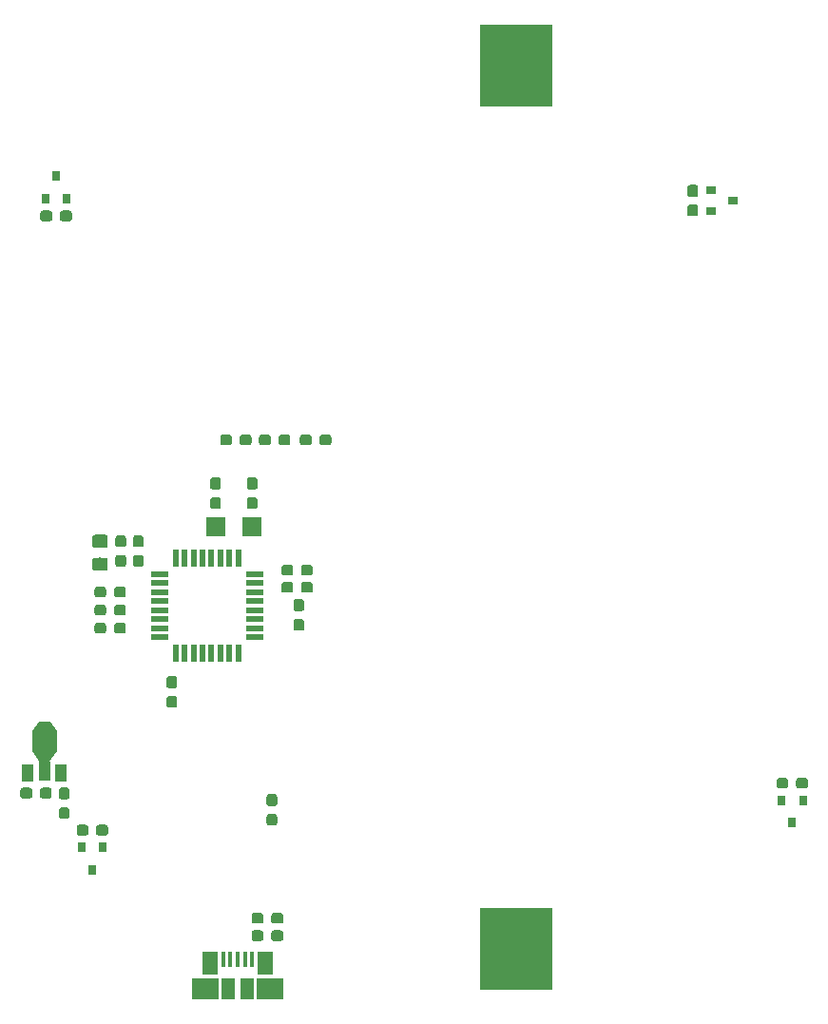
<source format=gtp>
G04 #@! TF.GenerationSoftware,KiCad,Pcbnew,5.99.0-unknown-529461e~86~ubuntu18.04.1*
G04 #@! TF.CreationDate,2019-09-26T16:04:43-03:00*
G04 #@! TF.ProjectId,DPL,44504c2e-6b69-4636-9164-5f7063625858,rev?*
G04 #@! TF.SameCoordinates,Original*
G04 #@! TF.FileFunction,Paste,Top*
G04 #@! TF.FilePolarity,Positive*
%FSLAX46Y46*%
G04 Gerber Fmt 4.6, Leading zero omitted, Abs format (unit mm)*
G04 Created by KiCad (PCBNEW 5.99.0-unknown-529461e~86~ubuntu18.04.1) date 2019-09-26 16:04:43*
%MOMM*%
%LPD*%
G04 APERTURE LIST*
%ADD10R,6.400000X7.340000*%
%ADD11R,1.750000X1.800000*%
%ADD12C,1.000000*%
%ADD13C,0.100000*%
%ADD14R,2.200000X1.840000*%
%ADD15R,1.000000X1.500000*%
%ADD16R,1.000000X1.800000*%
%ADD17C,0.850000*%
%ADD18R,1.600000X0.550000*%
%ADD19R,0.550000X1.600000*%
%ADD20C,0.950000*%
%ADD21R,0.800000X0.900000*%
%ADD22R,0.900000X0.800000*%
%ADD23C,1.150000*%
%ADD24R,1.175000X1.900000*%
%ADD25R,2.375000X1.900000*%
%ADD26R,1.475000X2.100000*%
%ADD27R,0.450000X1.380000*%
G04 APERTURE END LIST*
D10*
X172155000Y-124465000D03*
X172155000Y-45805000D03*
D11*
X145400000Y-86850000D03*
X148650000Y-86850000D03*
D12*
X130150000Y-107376200D03*
D13*
G36*
X131250000Y-106876200D02*
G01*
X130550000Y-107876200D01*
X129750000Y-107876200D01*
X129050000Y-106876200D01*
X131250000Y-106876200D01*
X131250000Y-106876200D01*
G37*
D14*
X130150000Y-105966500D03*
D15*
X131650000Y-108780000D03*
D16*
X130150000Y-108633500D03*
D15*
X128650000Y-108780000D03*
D17*
X130150000Y-104633000D03*
D13*
G36*
X129050000Y-105058000D02*
G01*
X129650000Y-104208000D01*
X130650000Y-104208000D01*
X131250000Y-105058000D01*
X129050000Y-105058000D01*
X129050000Y-105058000D01*
G37*
D18*
X148875000Y-91110000D03*
X148875000Y-91910000D03*
X148875000Y-92710000D03*
X148875000Y-93510000D03*
X148875000Y-94310000D03*
X148875000Y-95110000D03*
X148875000Y-95910000D03*
X148875000Y-96710000D03*
D19*
X147425000Y-98160000D03*
X146625000Y-98160000D03*
X145825000Y-98160000D03*
X145025000Y-98160000D03*
X144225000Y-98160000D03*
X143425000Y-98160000D03*
X142625000Y-98160000D03*
X141825000Y-98160000D03*
D18*
X140375000Y-96710000D03*
X140375000Y-95910000D03*
X140375000Y-95110000D03*
X140375000Y-94310000D03*
X140375000Y-93510000D03*
X140375000Y-92710000D03*
X140375000Y-91910000D03*
X140375000Y-91110000D03*
D19*
X141825000Y-89660000D03*
X142625000Y-89660000D03*
X143425000Y-89660000D03*
X144225000Y-89660000D03*
X145025000Y-89660000D03*
X145825000Y-89660000D03*
X146625000Y-89660000D03*
X147425000Y-89660000D03*
D13*
G36*
X141828387Y-101968079D02*
G01*
X141905438Y-102019562D01*
X141956921Y-102096613D01*
X141975000Y-102187500D01*
X141975000Y-102762500D01*
X141956921Y-102853387D01*
X141905438Y-102930438D01*
X141828387Y-102981921D01*
X141737500Y-103000000D01*
X141262500Y-103000000D01*
X141171613Y-102981921D01*
X141094562Y-102930438D01*
X141043079Y-102853387D01*
X141025000Y-102762500D01*
X141025000Y-102187500D01*
X141043079Y-102096613D01*
X141094562Y-102019562D01*
X141171613Y-101968079D01*
X141262500Y-101950000D01*
X141737500Y-101950000D01*
X141828387Y-101968079D01*
X141828387Y-101968079D01*
G37*
D20*
X141500000Y-102475000D03*
D13*
G36*
X141828387Y-100218079D02*
G01*
X141905438Y-100269562D01*
X141956921Y-100346613D01*
X141975000Y-100437500D01*
X141975000Y-101012500D01*
X141956921Y-101103387D01*
X141905438Y-101180438D01*
X141828387Y-101231921D01*
X141737500Y-101250000D01*
X141262500Y-101250000D01*
X141171613Y-101231921D01*
X141094562Y-101180438D01*
X141043079Y-101103387D01*
X141025000Y-101012500D01*
X141025000Y-100437500D01*
X141043079Y-100346613D01*
X141094562Y-100269562D01*
X141171613Y-100218079D01*
X141262500Y-100200000D01*
X141737500Y-100200000D01*
X141828387Y-100218079D01*
X141828387Y-100218079D01*
G37*
D20*
X141500000Y-100725000D03*
D13*
G36*
X196253387Y-109243079D02*
G01*
X196330438Y-109294562D01*
X196381921Y-109371613D01*
X196400000Y-109462500D01*
X196400000Y-109937500D01*
X196381921Y-110028387D01*
X196330438Y-110105438D01*
X196253387Y-110156921D01*
X196162500Y-110175000D01*
X195587500Y-110175000D01*
X195496613Y-110156921D01*
X195419562Y-110105438D01*
X195368079Y-110028387D01*
X195350000Y-109937500D01*
X195350000Y-109462500D01*
X195368079Y-109371613D01*
X195419562Y-109294562D01*
X195496613Y-109243079D01*
X195587500Y-109225000D01*
X196162500Y-109225000D01*
X196253387Y-109243079D01*
X196253387Y-109243079D01*
G37*
D20*
X195875000Y-109700000D03*
D13*
G36*
X198003387Y-109243079D02*
G01*
X198080438Y-109294562D01*
X198131921Y-109371613D01*
X198150000Y-109462500D01*
X198150000Y-109937500D01*
X198131921Y-110028387D01*
X198080438Y-110105438D01*
X198003387Y-110156921D01*
X197912500Y-110175000D01*
X197337500Y-110175000D01*
X197246613Y-110156921D01*
X197169562Y-110105438D01*
X197118079Y-110028387D01*
X197100000Y-109937500D01*
X197100000Y-109462500D01*
X197118079Y-109371613D01*
X197169562Y-109294562D01*
X197246613Y-109243079D01*
X197337500Y-109225000D01*
X197912500Y-109225000D01*
X198003387Y-109243079D01*
X198003387Y-109243079D01*
G37*
D20*
X197625000Y-109700000D03*
D13*
G36*
X135503387Y-95453079D02*
G01*
X135580438Y-95504562D01*
X135631921Y-95581613D01*
X135650000Y-95672500D01*
X135650000Y-96147500D01*
X135631921Y-96238387D01*
X135580438Y-96315438D01*
X135503387Y-96366921D01*
X135412500Y-96385000D01*
X134837500Y-96385000D01*
X134746613Y-96366921D01*
X134669562Y-96315438D01*
X134618079Y-96238387D01*
X134600000Y-96147500D01*
X134600000Y-95672500D01*
X134618079Y-95581613D01*
X134669562Y-95504562D01*
X134746613Y-95453079D01*
X134837500Y-95435000D01*
X135412500Y-95435000D01*
X135503387Y-95453079D01*
X135503387Y-95453079D01*
G37*
D20*
X135125000Y-95910000D03*
D13*
G36*
X137253387Y-95453079D02*
G01*
X137330438Y-95504562D01*
X137381921Y-95581613D01*
X137400000Y-95672500D01*
X137400000Y-96147500D01*
X137381921Y-96238387D01*
X137330438Y-96315438D01*
X137253387Y-96366921D01*
X137162500Y-96385000D01*
X136587500Y-96385000D01*
X136496613Y-96366921D01*
X136419562Y-96315438D01*
X136368079Y-96238387D01*
X136350000Y-96147500D01*
X136350000Y-95672500D01*
X136368079Y-95581613D01*
X136419562Y-95504562D01*
X136496613Y-95453079D01*
X136587500Y-95435000D01*
X137162500Y-95435000D01*
X137253387Y-95453079D01*
X137253387Y-95453079D01*
G37*
D20*
X136875000Y-95910000D03*
D13*
G36*
X133913387Y-113443079D02*
G01*
X133990438Y-113494562D01*
X134041921Y-113571613D01*
X134060000Y-113662500D01*
X134060000Y-114137500D01*
X134041921Y-114228387D01*
X133990438Y-114305438D01*
X133913387Y-114356921D01*
X133822500Y-114375000D01*
X133247500Y-114375000D01*
X133156613Y-114356921D01*
X133079562Y-114305438D01*
X133028079Y-114228387D01*
X133010000Y-114137500D01*
X133010000Y-113662500D01*
X133028079Y-113571613D01*
X133079562Y-113494562D01*
X133156613Y-113443079D01*
X133247500Y-113425000D01*
X133822500Y-113425000D01*
X133913387Y-113443079D01*
X133913387Y-113443079D01*
G37*
D20*
X133535000Y-113900000D03*
D13*
G36*
X135663387Y-113443079D02*
G01*
X135740438Y-113494562D01*
X135791921Y-113571613D01*
X135810000Y-113662500D01*
X135810000Y-114137500D01*
X135791921Y-114228387D01*
X135740438Y-114305438D01*
X135663387Y-114356921D01*
X135572500Y-114375000D01*
X134997500Y-114375000D01*
X134906613Y-114356921D01*
X134829562Y-114305438D01*
X134778079Y-114228387D01*
X134760000Y-114137500D01*
X134760000Y-113662500D01*
X134778079Y-113571613D01*
X134829562Y-113494562D01*
X134906613Y-113443079D01*
X134997500Y-113425000D01*
X135572500Y-113425000D01*
X135663387Y-113443079D01*
X135663387Y-113443079D01*
G37*
D20*
X135285000Y-113900000D03*
D13*
G36*
X135503387Y-93853079D02*
G01*
X135580438Y-93904562D01*
X135631921Y-93981613D01*
X135650000Y-94072500D01*
X135650000Y-94547500D01*
X135631921Y-94638387D01*
X135580438Y-94715438D01*
X135503387Y-94766921D01*
X135412500Y-94785000D01*
X134837500Y-94785000D01*
X134746613Y-94766921D01*
X134669562Y-94715438D01*
X134618079Y-94638387D01*
X134600000Y-94547500D01*
X134600000Y-94072500D01*
X134618079Y-93981613D01*
X134669562Y-93904562D01*
X134746613Y-93853079D01*
X134837500Y-93835000D01*
X135412500Y-93835000D01*
X135503387Y-93853079D01*
X135503387Y-93853079D01*
G37*
D20*
X135125000Y-94310000D03*
D13*
G36*
X137253387Y-93853079D02*
G01*
X137330438Y-93904562D01*
X137381921Y-93981613D01*
X137400000Y-94072500D01*
X137400000Y-94547500D01*
X137381921Y-94638387D01*
X137330438Y-94715438D01*
X137253387Y-94766921D01*
X137162500Y-94785000D01*
X136587500Y-94785000D01*
X136496613Y-94766921D01*
X136419562Y-94715438D01*
X136368079Y-94638387D01*
X136350000Y-94547500D01*
X136350000Y-94072500D01*
X136368079Y-93981613D01*
X136419562Y-93904562D01*
X136496613Y-93853079D01*
X136587500Y-93835000D01*
X137162500Y-93835000D01*
X137253387Y-93853079D01*
X137253387Y-93853079D01*
G37*
D20*
X136875000Y-94310000D03*
D13*
G36*
X132443387Y-58743079D02*
G01*
X132520438Y-58794562D01*
X132571921Y-58871613D01*
X132590000Y-58962500D01*
X132590000Y-59437500D01*
X132571921Y-59528387D01*
X132520438Y-59605438D01*
X132443387Y-59656921D01*
X132352500Y-59675000D01*
X131777500Y-59675000D01*
X131686613Y-59656921D01*
X131609562Y-59605438D01*
X131558079Y-59528387D01*
X131540000Y-59437500D01*
X131540000Y-58962500D01*
X131558079Y-58871613D01*
X131609562Y-58794562D01*
X131686613Y-58743079D01*
X131777500Y-58725000D01*
X132352500Y-58725000D01*
X132443387Y-58743079D01*
X132443387Y-58743079D01*
G37*
D20*
X132065000Y-59200000D03*
D13*
G36*
X130693387Y-58743079D02*
G01*
X130770438Y-58794562D01*
X130821921Y-58871613D01*
X130840000Y-58962500D01*
X130840000Y-59437500D01*
X130821921Y-59528387D01*
X130770438Y-59605438D01*
X130693387Y-59656921D01*
X130602500Y-59675000D01*
X130027500Y-59675000D01*
X129936613Y-59656921D01*
X129859562Y-59605438D01*
X129808079Y-59528387D01*
X129790000Y-59437500D01*
X129790000Y-58962500D01*
X129808079Y-58871613D01*
X129859562Y-58794562D01*
X129936613Y-58743079D01*
X130027500Y-58725000D01*
X130602500Y-58725000D01*
X130693387Y-58743079D01*
X130693387Y-58743079D01*
G37*
D20*
X130315000Y-59200000D03*
D13*
G36*
X135503387Y-92243079D02*
G01*
X135580438Y-92294562D01*
X135631921Y-92371613D01*
X135650000Y-92462500D01*
X135650000Y-92937500D01*
X135631921Y-93028387D01*
X135580438Y-93105438D01*
X135503387Y-93156921D01*
X135412500Y-93175000D01*
X134837500Y-93175000D01*
X134746613Y-93156921D01*
X134669562Y-93105438D01*
X134618079Y-93028387D01*
X134600000Y-92937500D01*
X134600000Y-92462500D01*
X134618079Y-92371613D01*
X134669562Y-92294562D01*
X134746613Y-92243079D01*
X134837500Y-92225000D01*
X135412500Y-92225000D01*
X135503387Y-92243079D01*
X135503387Y-92243079D01*
G37*
D20*
X135125000Y-92700000D03*
D13*
G36*
X137253387Y-92243079D02*
G01*
X137330438Y-92294562D01*
X137381921Y-92371613D01*
X137400000Y-92462500D01*
X137400000Y-92937500D01*
X137381921Y-93028387D01*
X137330438Y-93105438D01*
X137253387Y-93156921D01*
X137162500Y-93175000D01*
X136587500Y-93175000D01*
X136496613Y-93156921D01*
X136419562Y-93105438D01*
X136368079Y-93028387D01*
X136350000Y-92937500D01*
X136350000Y-92462500D01*
X136368079Y-92371613D01*
X136419562Y-92294562D01*
X136496613Y-92243079D01*
X136587500Y-92225000D01*
X137162500Y-92225000D01*
X137253387Y-92243079D01*
X137253387Y-92243079D01*
G37*
D20*
X136875000Y-92700000D03*
D13*
G36*
X188228387Y-58208079D02*
G01*
X188305438Y-58259562D01*
X188356921Y-58336613D01*
X188375000Y-58427500D01*
X188375000Y-59002500D01*
X188356921Y-59093387D01*
X188305438Y-59170438D01*
X188228387Y-59221921D01*
X188137500Y-59240000D01*
X187662500Y-59240000D01*
X187571613Y-59221921D01*
X187494562Y-59170438D01*
X187443079Y-59093387D01*
X187425000Y-59002500D01*
X187425000Y-58427500D01*
X187443079Y-58336613D01*
X187494562Y-58259562D01*
X187571613Y-58208079D01*
X187662500Y-58190000D01*
X188137500Y-58190000D01*
X188228387Y-58208079D01*
X188228387Y-58208079D01*
G37*
D20*
X187900000Y-58715000D03*
D13*
G36*
X188228387Y-56458079D02*
G01*
X188305438Y-56509562D01*
X188356921Y-56586613D01*
X188375000Y-56677500D01*
X188375000Y-57252500D01*
X188356921Y-57343387D01*
X188305438Y-57420438D01*
X188228387Y-57471921D01*
X188137500Y-57490000D01*
X187662500Y-57490000D01*
X187571613Y-57471921D01*
X187494562Y-57420438D01*
X187443079Y-57343387D01*
X187425000Y-57252500D01*
X187425000Y-56677500D01*
X187443079Y-56586613D01*
X187494562Y-56509562D01*
X187571613Y-56458079D01*
X187662500Y-56440000D01*
X188137500Y-56440000D01*
X188228387Y-56458079D01*
X188228387Y-56458079D01*
G37*
D20*
X187900000Y-56965000D03*
D13*
G36*
X150728387Y-112468079D02*
G01*
X150805438Y-112519562D01*
X150856921Y-112596613D01*
X150875000Y-112687500D01*
X150875000Y-113262500D01*
X150856921Y-113353387D01*
X150805438Y-113430438D01*
X150728387Y-113481921D01*
X150637500Y-113500000D01*
X150162500Y-113500000D01*
X150071613Y-113481921D01*
X149994562Y-113430438D01*
X149943079Y-113353387D01*
X149925000Y-113262500D01*
X149925000Y-112687500D01*
X149943079Y-112596613D01*
X149994562Y-112519562D01*
X150071613Y-112468079D01*
X150162500Y-112450000D01*
X150637500Y-112450000D01*
X150728387Y-112468079D01*
X150728387Y-112468079D01*
G37*
D20*
X150400000Y-112975000D03*
D13*
G36*
X150728387Y-110718079D02*
G01*
X150805438Y-110769562D01*
X150856921Y-110846613D01*
X150875000Y-110937500D01*
X150875000Y-111512500D01*
X150856921Y-111603387D01*
X150805438Y-111680438D01*
X150728387Y-111731921D01*
X150637500Y-111750000D01*
X150162500Y-111750000D01*
X150071613Y-111731921D01*
X149994562Y-111680438D01*
X149943079Y-111603387D01*
X149925000Y-111512500D01*
X149925000Y-110937500D01*
X149943079Y-110846613D01*
X149994562Y-110769562D01*
X150071613Y-110718079D01*
X150162500Y-110700000D01*
X150637500Y-110700000D01*
X150728387Y-110718079D01*
X150728387Y-110718079D01*
G37*
D20*
X150400000Y-111225000D03*
D13*
G36*
X149503387Y-122843079D02*
G01*
X149580438Y-122894562D01*
X149631921Y-122971613D01*
X149650000Y-123062500D01*
X149650000Y-123537500D01*
X149631921Y-123628387D01*
X149580438Y-123705438D01*
X149503387Y-123756921D01*
X149412500Y-123775000D01*
X148837500Y-123775000D01*
X148746613Y-123756921D01*
X148669562Y-123705438D01*
X148618079Y-123628387D01*
X148600000Y-123537500D01*
X148600000Y-123062500D01*
X148618079Y-122971613D01*
X148669562Y-122894562D01*
X148746613Y-122843079D01*
X148837500Y-122825000D01*
X149412500Y-122825000D01*
X149503387Y-122843079D01*
X149503387Y-122843079D01*
G37*
D20*
X149125000Y-123300000D03*
D13*
G36*
X151253387Y-122843079D02*
G01*
X151330438Y-122894562D01*
X151381921Y-122971613D01*
X151400000Y-123062500D01*
X151400000Y-123537500D01*
X151381921Y-123628387D01*
X151330438Y-123705438D01*
X151253387Y-123756921D01*
X151162500Y-123775000D01*
X150587500Y-123775000D01*
X150496613Y-123756921D01*
X150419562Y-123705438D01*
X150368079Y-123628387D01*
X150350000Y-123537500D01*
X150350000Y-123062500D01*
X150368079Y-122971613D01*
X150419562Y-122894562D01*
X150496613Y-122843079D01*
X150587500Y-122825000D01*
X151162500Y-122825000D01*
X151253387Y-122843079D01*
X151253387Y-122843079D01*
G37*
D20*
X150875000Y-123300000D03*
D13*
G36*
X150153387Y-78693079D02*
G01*
X150230438Y-78744562D01*
X150281921Y-78821613D01*
X150300000Y-78912500D01*
X150300000Y-79387500D01*
X150281921Y-79478387D01*
X150230438Y-79555438D01*
X150153387Y-79606921D01*
X150062500Y-79625000D01*
X149487500Y-79625000D01*
X149396613Y-79606921D01*
X149319562Y-79555438D01*
X149268079Y-79478387D01*
X149250000Y-79387500D01*
X149250000Y-78912500D01*
X149268079Y-78821613D01*
X149319562Y-78744562D01*
X149396613Y-78693079D01*
X149487500Y-78675000D01*
X150062500Y-78675000D01*
X150153387Y-78693079D01*
X150153387Y-78693079D01*
G37*
D20*
X149775000Y-79150000D03*
D13*
G36*
X151903387Y-78693079D02*
G01*
X151980438Y-78744562D01*
X152031921Y-78821613D01*
X152050000Y-78912500D01*
X152050000Y-79387500D01*
X152031921Y-79478387D01*
X151980438Y-79555438D01*
X151903387Y-79606921D01*
X151812500Y-79625000D01*
X151237500Y-79625000D01*
X151146613Y-79606921D01*
X151069562Y-79555438D01*
X151018079Y-79478387D01*
X151000000Y-79387500D01*
X151000000Y-78912500D01*
X151018079Y-78821613D01*
X151069562Y-78744562D01*
X151146613Y-78693079D01*
X151237500Y-78675000D01*
X151812500Y-78675000D01*
X151903387Y-78693079D01*
X151903387Y-78693079D01*
G37*
D20*
X151525000Y-79150000D03*
D13*
G36*
X155553387Y-78693079D02*
G01*
X155630438Y-78744562D01*
X155681921Y-78821613D01*
X155700000Y-78912500D01*
X155700000Y-79387500D01*
X155681921Y-79478387D01*
X155630438Y-79555438D01*
X155553387Y-79606921D01*
X155462500Y-79625000D01*
X154887500Y-79625000D01*
X154796613Y-79606921D01*
X154719562Y-79555438D01*
X154668079Y-79478387D01*
X154650000Y-79387500D01*
X154650000Y-78912500D01*
X154668079Y-78821613D01*
X154719562Y-78744562D01*
X154796613Y-78693079D01*
X154887500Y-78675000D01*
X155462500Y-78675000D01*
X155553387Y-78693079D01*
X155553387Y-78693079D01*
G37*
D20*
X155175000Y-79150000D03*
D13*
G36*
X153803387Y-78693079D02*
G01*
X153880438Y-78744562D01*
X153931921Y-78821613D01*
X153950000Y-78912500D01*
X153950000Y-79387500D01*
X153931921Y-79478387D01*
X153880438Y-79555438D01*
X153803387Y-79606921D01*
X153712500Y-79625000D01*
X153137500Y-79625000D01*
X153046613Y-79606921D01*
X152969562Y-79555438D01*
X152918079Y-79478387D01*
X152900000Y-79387500D01*
X152900000Y-78912500D01*
X152918079Y-78821613D01*
X152969562Y-78744562D01*
X153046613Y-78693079D01*
X153137500Y-78675000D01*
X153712500Y-78675000D01*
X153803387Y-78693079D01*
X153803387Y-78693079D01*
G37*
D20*
X153425000Y-79150000D03*
D21*
X196750000Y-113250000D03*
X195800000Y-111250000D03*
X197700000Y-111250000D03*
X134410000Y-117450000D03*
X133460000Y-115450000D03*
X135360000Y-115450000D03*
X131190000Y-55650000D03*
X132140000Y-57650000D03*
X130240000Y-57650000D03*
D22*
X191500000Y-57840000D03*
X189500000Y-58790000D03*
X189500000Y-56890000D03*
D13*
G36*
X135645671Y-89669030D02*
G01*
X135726777Y-89723223D01*
X135780970Y-89804329D01*
X135800000Y-89899999D01*
X135800000Y-90550001D01*
X135780970Y-90645671D01*
X135726777Y-90726777D01*
X135645671Y-90780970D01*
X135550001Y-90800000D01*
X134649999Y-90800000D01*
X134554329Y-90780970D01*
X134473223Y-90726777D01*
X134419030Y-90645671D01*
X134400000Y-90550001D01*
X134400000Y-89899999D01*
X134419030Y-89804329D01*
X134473223Y-89723223D01*
X134554329Y-89669030D01*
X134649999Y-89650000D01*
X135550001Y-89650000D01*
X135645671Y-89669030D01*
X135645671Y-89669030D01*
G37*
D23*
X135100000Y-90225000D03*
D13*
G36*
X135645671Y-87619030D02*
G01*
X135726777Y-87673223D01*
X135780970Y-87754329D01*
X135800000Y-87849999D01*
X135800000Y-88500001D01*
X135780970Y-88595671D01*
X135726777Y-88676777D01*
X135645671Y-88730970D01*
X135550001Y-88750000D01*
X134649999Y-88750000D01*
X134554329Y-88730970D01*
X134473223Y-88676777D01*
X134419030Y-88595671D01*
X134400000Y-88500001D01*
X134400000Y-87849999D01*
X134419030Y-87754329D01*
X134473223Y-87673223D01*
X134554329Y-87619030D01*
X134649999Y-87600000D01*
X135550001Y-87600000D01*
X135645671Y-87619030D01*
X135645671Y-87619030D01*
G37*
D23*
X135100000Y-88175000D03*
D24*
X148190000Y-128050000D03*
X146510000Y-128050000D03*
D25*
X150260000Y-128050000D03*
X144440000Y-128050000D03*
D26*
X149812500Y-125750000D03*
X144887500Y-125750000D03*
D27*
X148650000Y-125390000D03*
X148000000Y-125390000D03*
X147350000Y-125390000D03*
X146700000Y-125390000D03*
X146050000Y-125390000D03*
D13*
G36*
X132228387Y-111868079D02*
G01*
X132305438Y-111919562D01*
X132356921Y-111996613D01*
X132375000Y-112087500D01*
X132375000Y-112662500D01*
X132356921Y-112753387D01*
X132305438Y-112830438D01*
X132228387Y-112881921D01*
X132137500Y-112900000D01*
X131662500Y-112900000D01*
X131571613Y-112881921D01*
X131494562Y-112830438D01*
X131443079Y-112753387D01*
X131425000Y-112662500D01*
X131425000Y-112087500D01*
X131443079Y-111996613D01*
X131494562Y-111919562D01*
X131571613Y-111868079D01*
X131662500Y-111850000D01*
X132137500Y-111850000D01*
X132228387Y-111868079D01*
X132228387Y-111868079D01*
G37*
D20*
X131900000Y-112375000D03*
D13*
G36*
X132228387Y-110118079D02*
G01*
X132305438Y-110169562D01*
X132356921Y-110246613D01*
X132375000Y-110337500D01*
X132375000Y-110912500D01*
X132356921Y-111003387D01*
X132305438Y-111080438D01*
X132228387Y-111131921D01*
X132137500Y-111150000D01*
X131662500Y-111150000D01*
X131571613Y-111131921D01*
X131494562Y-111080438D01*
X131443079Y-111003387D01*
X131425000Y-110912500D01*
X131425000Y-110337500D01*
X131443079Y-110246613D01*
X131494562Y-110169562D01*
X131571613Y-110118079D01*
X131662500Y-110100000D01*
X132137500Y-110100000D01*
X132228387Y-110118079D01*
X132228387Y-110118079D01*
G37*
D20*
X131900000Y-110625000D03*
D13*
G36*
X128903387Y-110143079D02*
G01*
X128980438Y-110194562D01*
X129031921Y-110271613D01*
X129050000Y-110362500D01*
X129050000Y-110837500D01*
X129031921Y-110928387D01*
X128980438Y-111005438D01*
X128903387Y-111056921D01*
X128812500Y-111075000D01*
X128237500Y-111075000D01*
X128146613Y-111056921D01*
X128069562Y-111005438D01*
X128018079Y-110928387D01*
X128000000Y-110837500D01*
X128000000Y-110362500D01*
X128018079Y-110271613D01*
X128069562Y-110194562D01*
X128146613Y-110143079D01*
X128237500Y-110125000D01*
X128812500Y-110125000D01*
X128903387Y-110143079D01*
X128903387Y-110143079D01*
G37*
D20*
X128525000Y-110600000D03*
D13*
G36*
X130653387Y-110143079D02*
G01*
X130730438Y-110194562D01*
X130781921Y-110271613D01*
X130800000Y-110362500D01*
X130800000Y-110837500D01*
X130781921Y-110928387D01*
X130730438Y-111005438D01*
X130653387Y-111056921D01*
X130562500Y-111075000D01*
X129987500Y-111075000D01*
X129896613Y-111056921D01*
X129819562Y-111005438D01*
X129768079Y-110928387D01*
X129750000Y-110837500D01*
X129750000Y-110362500D01*
X129768079Y-110271613D01*
X129819562Y-110194562D01*
X129896613Y-110143079D01*
X129987500Y-110125000D01*
X130562500Y-110125000D01*
X130653387Y-110143079D01*
X130653387Y-110143079D01*
G37*
D20*
X130275000Y-110600000D03*
D13*
G36*
X145728387Y-82518079D02*
G01*
X145805438Y-82569562D01*
X145856921Y-82646613D01*
X145875000Y-82737500D01*
X145875000Y-83312500D01*
X145856921Y-83403387D01*
X145805438Y-83480438D01*
X145728387Y-83531921D01*
X145637500Y-83550000D01*
X145162500Y-83550000D01*
X145071613Y-83531921D01*
X144994562Y-83480438D01*
X144943079Y-83403387D01*
X144925000Y-83312500D01*
X144925000Y-82737500D01*
X144943079Y-82646613D01*
X144994562Y-82569562D01*
X145071613Y-82518079D01*
X145162500Y-82500000D01*
X145637500Y-82500000D01*
X145728387Y-82518079D01*
X145728387Y-82518079D01*
G37*
D20*
X145400000Y-83025000D03*
D13*
G36*
X145728387Y-84268079D02*
G01*
X145805438Y-84319562D01*
X145856921Y-84396613D01*
X145875000Y-84487500D01*
X145875000Y-85062500D01*
X145856921Y-85153387D01*
X145805438Y-85230438D01*
X145728387Y-85281921D01*
X145637500Y-85300000D01*
X145162500Y-85300000D01*
X145071613Y-85281921D01*
X144994562Y-85230438D01*
X144943079Y-85153387D01*
X144925000Y-85062500D01*
X144925000Y-84487500D01*
X144943079Y-84396613D01*
X144994562Y-84319562D01*
X145071613Y-84268079D01*
X145162500Y-84250000D01*
X145637500Y-84250000D01*
X145728387Y-84268079D01*
X145728387Y-84268079D01*
G37*
D20*
X145400000Y-84775000D03*
D13*
G36*
X148978387Y-82518079D02*
G01*
X149055438Y-82569562D01*
X149106921Y-82646613D01*
X149125000Y-82737500D01*
X149125000Y-83312500D01*
X149106921Y-83403387D01*
X149055438Y-83480438D01*
X148978387Y-83531921D01*
X148887500Y-83550000D01*
X148412500Y-83550000D01*
X148321613Y-83531921D01*
X148244562Y-83480438D01*
X148193079Y-83403387D01*
X148175000Y-83312500D01*
X148175000Y-82737500D01*
X148193079Y-82646613D01*
X148244562Y-82569562D01*
X148321613Y-82518079D01*
X148412500Y-82500000D01*
X148887500Y-82500000D01*
X148978387Y-82518079D01*
X148978387Y-82518079D01*
G37*
D20*
X148650000Y-83025000D03*
D13*
G36*
X148978387Y-84268079D02*
G01*
X149055438Y-84319562D01*
X149106921Y-84396613D01*
X149125000Y-84487500D01*
X149125000Y-85062500D01*
X149106921Y-85153387D01*
X149055438Y-85230438D01*
X148978387Y-85281921D01*
X148887500Y-85300000D01*
X148412500Y-85300000D01*
X148321613Y-85281921D01*
X148244562Y-85230438D01*
X148193079Y-85153387D01*
X148175000Y-85062500D01*
X148175000Y-84487500D01*
X148193079Y-84396613D01*
X148244562Y-84319562D01*
X148321613Y-84268079D01*
X148412500Y-84250000D01*
X148887500Y-84250000D01*
X148978387Y-84268079D01*
X148978387Y-84268079D01*
G37*
D20*
X148650000Y-84775000D03*
D13*
G36*
X153903387Y-90293079D02*
G01*
X153980438Y-90344562D01*
X154031921Y-90421613D01*
X154050000Y-90512500D01*
X154050000Y-90987500D01*
X154031921Y-91078387D01*
X153980438Y-91155438D01*
X153903387Y-91206921D01*
X153812500Y-91225000D01*
X153237500Y-91225000D01*
X153146613Y-91206921D01*
X153069562Y-91155438D01*
X153018079Y-91078387D01*
X153000000Y-90987500D01*
X153000000Y-90512500D01*
X153018079Y-90421613D01*
X153069562Y-90344562D01*
X153146613Y-90293079D01*
X153237500Y-90275000D01*
X153812500Y-90275000D01*
X153903387Y-90293079D01*
X153903387Y-90293079D01*
G37*
D20*
X153525000Y-90750000D03*
D13*
G36*
X152153387Y-90293079D02*
G01*
X152230438Y-90344562D01*
X152281921Y-90421613D01*
X152300000Y-90512500D01*
X152300000Y-90987500D01*
X152281921Y-91078387D01*
X152230438Y-91155438D01*
X152153387Y-91206921D01*
X152062500Y-91225000D01*
X151487500Y-91225000D01*
X151396613Y-91206921D01*
X151319562Y-91155438D01*
X151268079Y-91078387D01*
X151250000Y-90987500D01*
X151250000Y-90512500D01*
X151268079Y-90421613D01*
X151319562Y-90344562D01*
X151396613Y-90293079D01*
X151487500Y-90275000D01*
X152062500Y-90275000D01*
X152153387Y-90293079D01*
X152153387Y-90293079D01*
G37*
D20*
X151775000Y-90750000D03*
D13*
G36*
X153903387Y-91843079D02*
G01*
X153980438Y-91894562D01*
X154031921Y-91971613D01*
X154050000Y-92062500D01*
X154050000Y-92537500D01*
X154031921Y-92628387D01*
X153980438Y-92705438D01*
X153903387Y-92756921D01*
X153812500Y-92775000D01*
X153237500Y-92775000D01*
X153146613Y-92756921D01*
X153069562Y-92705438D01*
X153018079Y-92628387D01*
X153000000Y-92537500D01*
X153000000Y-92062500D01*
X153018079Y-91971613D01*
X153069562Y-91894562D01*
X153146613Y-91843079D01*
X153237500Y-91825000D01*
X153812500Y-91825000D01*
X153903387Y-91843079D01*
X153903387Y-91843079D01*
G37*
D20*
X153525000Y-92300000D03*
D13*
G36*
X152153387Y-91843079D02*
G01*
X152230438Y-91894562D01*
X152281921Y-91971613D01*
X152300000Y-92062500D01*
X152300000Y-92537500D01*
X152281921Y-92628387D01*
X152230438Y-92705438D01*
X152153387Y-92756921D01*
X152062500Y-92775000D01*
X151487500Y-92775000D01*
X151396613Y-92756921D01*
X151319562Y-92705438D01*
X151268079Y-92628387D01*
X151250000Y-92537500D01*
X151250000Y-92062500D01*
X151268079Y-91971613D01*
X151319562Y-91894562D01*
X151396613Y-91843079D01*
X151487500Y-91825000D01*
X152062500Y-91825000D01*
X152153387Y-91843079D01*
X152153387Y-91843079D01*
G37*
D20*
X151775000Y-92300000D03*
D13*
G36*
X137278387Y-89418079D02*
G01*
X137355438Y-89469562D01*
X137406921Y-89546613D01*
X137425000Y-89637500D01*
X137425000Y-90212500D01*
X137406921Y-90303387D01*
X137355438Y-90380438D01*
X137278387Y-90431921D01*
X137187500Y-90450000D01*
X136712500Y-90450000D01*
X136621613Y-90431921D01*
X136544562Y-90380438D01*
X136493079Y-90303387D01*
X136475000Y-90212500D01*
X136475000Y-89637500D01*
X136493079Y-89546613D01*
X136544562Y-89469562D01*
X136621613Y-89418079D01*
X136712500Y-89400000D01*
X137187500Y-89400000D01*
X137278387Y-89418079D01*
X137278387Y-89418079D01*
G37*
D20*
X136950000Y-89925000D03*
D13*
G36*
X137278387Y-87668079D02*
G01*
X137355438Y-87719562D01*
X137406921Y-87796613D01*
X137425000Y-87887500D01*
X137425000Y-88462500D01*
X137406921Y-88553387D01*
X137355438Y-88630438D01*
X137278387Y-88681921D01*
X137187500Y-88700000D01*
X136712500Y-88700000D01*
X136621613Y-88681921D01*
X136544562Y-88630438D01*
X136493079Y-88553387D01*
X136475000Y-88462500D01*
X136475000Y-87887500D01*
X136493079Y-87796613D01*
X136544562Y-87719562D01*
X136621613Y-87668079D01*
X136712500Y-87650000D01*
X137187500Y-87650000D01*
X137278387Y-87668079D01*
X137278387Y-87668079D01*
G37*
D20*
X136950000Y-88175000D03*
D13*
G36*
X138828387Y-89418079D02*
G01*
X138905438Y-89469562D01*
X138956921Y-89546613D01*
X138975000Y-89637500D01*
X138975000Y-90212500D01*
X138956921Y-90303387D01*
X138905438Y-90380438D01*
X138828387Y-90431921D01*
X138737500Y-90450000D01*
X138262500Y-90450000D01*
X138171613Y-90431921D01*
X138094562Y-90380438D01*
X138043079Y-90303387D01*
X138025000Y-90212500D01*
X138025000Y-89637500D01*
X138043079Y-89546613D01*
X138094562Y-89469562D01*
X138171613Y-89418079D01*
X138262500Y-89400000D01*
X138737500Y-89400000D01*
X138828387Y-89418079D01*
X138828387Y-89418079D01*
G37*
D20*
X138500000Y-89925000D03*
D13*
G36*
X138828387Y-87668079D02*
G01*
X138905438Y-87719562D01*
X138956921Y-87796613D01*
X138975000Y-87887500D01*
X138975000Y-88462500D01*
X138956921Y-88553387D01*
X138905438Y-88630438D01*
X138828387Y-88681921D01*
X138737500Y-88700000D01*
X138262500Y-88700000D01*
X138171613Y-88681921D01*
X138094562Y-88630438D01*
X138043079Y-88553387D01*
X138025000Y-88462500D01*
X138025000Y-87887500D01*
X138043079Y-87796613D01*
X138094562Y-87719562D01*
X138171613Y-87668079D01*
X138262500Y-87650000D01*
X138737500Y-87650000D01*
X138828387Y-87668079D01*
X138828387Y-87668079D01*
G37*
D20*
X138500000Y-88175000D03*
D13*
G36*
X146703387Y-78693079D02*
G01*
X146780438Y-78744562D01*
X146831921Y-78821613D01*
X146850000Y-78912500D01*
X146850000Y-79387500D01*
X146831921Y-79478387D01*
X146780438Y-79555438D01*
X146703387Y-79606921D01*
X146612500Y-79625000D01*
X146037500Y-79625000D01*
X145946613Y-79606921D01*
X145869562Y-79555438D01*
X145818079Y-79478387D01*
X145800000Y-79387500D01*
X145800000Y-78912500D01*
X145818079Y-78821613D01*
X145869562Y-78744562D01*
X145946613Y-78693079D01*
X146037500Y-78675000D01*
X146612500Y-78675000D01*
X146703387Y-78693079D01*
X146703387Y-78693079D01*
G37*
D20*
X146325000Y-79150000D03*
D13*
G36*
X148453387Y-78693079D02*
G01*
X148530438Y-78744562D01*
X148581921Y-78821613D01*
X148600000Y-78912500D01*
X148600000Y-79387500D01*
X148581921Y-79478387D01*
X148530438Y-79555438D01*
X148453387Y-79606921D01*
X148362500Y-79625000D01*
X147787500Y-79625000D01*
X147696613Y-79606921D01*
X147619562Y-79555438D01*
X147568079Y-79478387D01*
X147550000Y-79387500D01*
X147550000Y-78912500D01*
X147568079Y-78821613D01*
X147619562Y-78744562D01*
X147696613Y-78693079D01*
X147787500Y-78675000D01*
X148362500Y-78675000D01*
X148453387Y-78693079D01*
X148453387Y-78693079D01*
G37*
D20*
X148075000Y-79150000D03*
D13*
G36*
X149503387Y-121293079D02*
G01*
X149580438Y-121344562D01*
X149631921Y-121421613D01*
X149650000Y-121512500D01*
X149650000Y-121987500D01*
X149631921Y-122078387D01*
X149580438Y-122155438D01*
X149503387Y-122206921D01*
X149412500Y-122225000D01*
X148837500Y-122225000D01*
X148746613Y-122206921D01*
X148669562Y-122155438D01*
X148618079Y-122078387D01*
X148600000Y-121987500D01*
X148600000Y-121512500D01*
X148618079Y-121421613D01*
X148669562Y-121344562D01*
X148746613Y-121293079D01*
X148837500Y-121275000D01*
X149412500Y-121275000D01*
X149503387Y-121293079D01*
X149503387Y-121293079D01*
G37*
D20*
X149125000Y-121750000D03*
D13*
G36*
X151253387Y-121293079D02*
G01*
X151330438Y-121344562D01*
X151381921Y-121421613D01*
X151400000Y-121512500D01*
X151400000Y-121987500D01*
X151381921Y-122078387D01*
X151330438Y-122155438D01*
X151253387Y-122206921D01*
X151162500Y-122225000D01*
X150587500Y-122225000D01*
X150496613Y-122206921D01*
X150419562Y-122155438D01*
X150368079Y-122078387D01*
X150350000Y-121987500D01*
X150350000Y-121512500D01*
X150368079Y-121421613D01*
X150419562Y-121344562D01*
X150496613Y-121293079D01*
X150587500Y-121275000D01*
X151162500Y-121275000D01*
X151253387Y-121293079D01*
X151253387Y-121293079D01*
G37*
D20*
X150875000Y-121750000D03*
D13*
G36*
X153128387Y-95118079D02*
G01*
X153205438Y-95169562D01*
X153256921Y-95246613D01*
X153275000Y-95337500D01*
X153275000Y-95912500D01*
X153256921Y-96003387D01*
X153205438Y-96080438D01*
X153128387Y-96131921D01*
X153037500Y-96150000D01*
X152562500Y-96150000D01*
X152471613Y-96131921D01*
X152394562Y-96080438D01*
X152343079Y-96003387D01*
X152325000Y-95912500D01*
X152325000Y-95337500D01*
X152343079Y-95246613D01*
X152394562Y-95169562D01*
X152471613Y-95118079D01*
X152562500Y-95100000D01*
X153037500Y-95100000D01*
X153128387Y-95118079D01*
X153128387Y-95118079D01*
G37*
D20*
X152800000Y-95625000D03*
D13*
G36*
X153128387Y-93368079D02*
G01*
X153205438Y-93419562D01*
X153256921Y-93496613D01*
X153275000Y-93587500D01*
X153275000Y-94162500D01*
X153256921Y-94253387D01*
X153205438Y-94330438D01*
X153128387Y-94381921D01*
X153037500Y-94400000D01*
X152562500Y-94400000D01*
X152471613Y-94381921D01*
X152394562Y-94330438D01*
X152343079Y-94253387D01*
X152325000Y-94162500D01*
X152325000Y-93587500D01*
X152343079Y-93496613D01*
X152394562Y-93419562D01*
X152471613Y-93368079D01*
X152562500Y-93350000D01*
X153037500Y-93350000D01*
X153128387Y-93368079D01*
X153128387Y-93368079D01*
G37*
D20*
X152800000Y-93875000D03*
M02*

</source>
